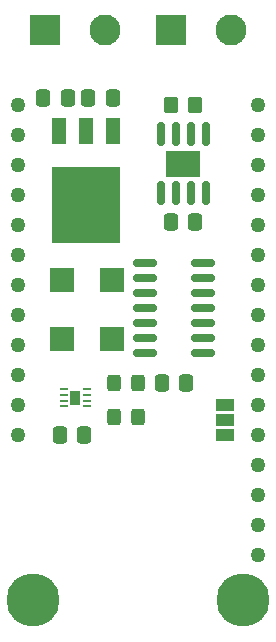
<source format=gbr>
%TF.GenerationSoftware,KiCad,Pcbnew,5.99.0-unknown-fc7f1d1d86~106~ubuntu20.04.1*%
%TF.CreationDate,2021-01-14T14:58:15+11:00*%
%TF.ProjectId,automotive-featherwing,6175746f-6d6f-4746-9976-652d66656174,rev?*%
%TF.SameCoordinates,Original*%
%TF.FileFunction,Soldermask,Top*%
%TF.FilePolarity,Negative*%
%FSLAX46Y46*%
G04 Gerber Fmt 4.6, Leading zero omitted, Abs format (unit mm)*
G04 Created by KiCad (PCBNEW 5.99.0-unknown-fc7f1d1d86~106~ubuntu20.04.1) date 2021-01-14 14:58:15*
%MOMM*%
%LPD*%
G01*
G04 APERTURE LIST*
G04 Aperture macros list*
%AMRoundRect*
0 Rectangle with rounded corners*
0 $1 Rounding radius*
0 $2 $3 $4 $5 $6 $7 $8 $9 X,Y pos of 4 corners*
0 Add a 4 corners polygon primitive as box body*
4,1,4,$2,$3,$4,$5,$6,$7,$8,$9,$2,$3,0*
0 Add four circle primitives for the rounded corners*
1,1,$1+$1,$2,$3,0*
1,1,$1+$1,$4,$5,0*
1,1,$1+$1,$6,$7,0*
1,1,$1+$1,$8,$9,0*
0 Add four rect primitives between the rounded corners*
20,1,$1+$1,$2,$3,$4,$5,0*
20,1,$1+$1,$4,$5,$6,$7,0*
20,1,$1+$1,$6,$7,$8,$9,0*
20,1,$1+$1,$8,$9,$2,$3,0*%
G04 Aperture macros list end*
%ADD10R,1.200000X2.200000*%
%ADD11R,5.800000X6.400000*%
%ADD12RoundRect,0.250000X-0.337500X-0.475000X0.337500X-0.475000X0.337500X0.475000X-0.337500X0.475000X0*%
%ADD13RoundRect,0.250000X0.337500X0.475000X-0.337500X0.475000X-0.337500X-0.475000X0.337500X-0.475000X0*%
%ADD14RoundRect,0.250000X-0.350000X-0.450000X0.350000X-0.450000X0.350000X0.450000X-0.350000X0.450000X0*%
%ADD15C,4.500000*%
%ADD16R,2.625000X2.625000*%
%ADD17C,2.625000*%
%ADD18C,1.270000*%
%ADD19RoundRect,0.250000X-0.325000X-0.450000X0.325000X-0.450000X0.325000X0.450000X-0.325000X0.450000X0*%
%ADD20R,1.500000X1.000000*%
%ADD21R,2.000000X2.000000*%
%ADD22RoundRect,0.150000X-0.825000X-0.150000X0.825000X-0.150000X0.825000X0.150000X-0.825000X0.150000X0*%
%ADD23RoundRect,0.150000X0.150000X-0.825000X0.150000X0.825000X-0.150000X0.825000X-0.150000X-0.825000X0*%
%ADD24R,3.000000X2.290000*%
%ADD25R,0.760000X0.270000*%
%ADD26R,0.900000X1.300000*%
G04 APERTURE END LIST*
D10*
%TO.C,IC1*%
X141345000Y-89780000D03*
D11*
X139065000Y-96080000D03*
D10*
X139065000Y-89780000D03*
X136785000Y-89780000D03*
%TD*%
D12*
%TO.C,C3*%
X135487500Y-86995000D03*
X137562500Y-86995000D03*
%TD*%
D13*
%TO.C,C5*%
X148357500Y-97536000D03*
X146282500Y-97536000D03*
%TD*%
D14*
%TO.C,R1*%
X146320000Y-87630000D03*
X148320000Y-87630000D03*
%TD*%
D13*
%TO.C,C2*%
X141372500Y-86995000D03*
X139297500Y-86995000D03*
%TD*%
%TO.C,C1*%
X138959500Y-115570000D03*
X136884500Y-115570000D03*
%TD*%
D15*
%TO.C,*%
X152400000Y-129540000D03*
%TD*%
D16*
%TO.C,J3*%
X135636000Y-81280000D03*
D17*
X140716000Y-81280000D03*
%TD*%
D15*
%TO.C,*%
X134620000Y-129540000D03*
%TD*%
D18*
%TO.C,J1*%
X133350000Y-115570000D03*
X133350000Y-113030000D03*
X133350000Y-110490000D03*
X133350000Y-107950000D03*
X133350000Y-105410000D03*
X133350000Y-102870000D03*
X133350000Y-100330000D03*
X133350000Y-97790000D03*
X133350000Y-95250000D03*
X133350000Y-92710000D03*
X133350000Y-90170000D03*
X133350000Y-87630000D03*
%TD*%
D12*
%TO.C,C4*%
X145520500Y-111125000D03*
X147595500Y-111125000D03*
%TD*%
D19*
%TO.C,R2*%
X141469000Y-114046000D03*
X143519000Y-114046000D03*
%TD*%
D20*
%TO.C,JP1*%
X150876000Y-115600000D03*
X150876000Y-114300000D03*
X150876000Y-113000000D03*
%TD*%
D21*
%TO.C,X2*%
X137092000Y-102402000D03*
X137092000Y-107402000D03*
X141292000Y-107402000D03*
X141292000Y-102402000D03*
%TD*%
D19*
%TO.C,R3*%
X141469000Y-111125000D03*
X143519000Y-111125000D03*
%TD*%
D22*
%TO.C,U2*%
X144083000Y-101027000D03*
X144083000Y-102297000D03*
X144083000Y-103567000D03*
X144083000Y-104837000D03*
X144083000Y-106107000D03*
X144083000Y-107377000D03*
X144083000Y-108647000D03*
X149033000Y-108647000D03*
X149033000Y-107377000D03*
X149033000Y-106107000D03*
X149033000Y-104837000D03*
X149033000Y-103567000D03*
X149033000Y-102297000D03*
X149033000Y-101027000D03*
%TD*%
D18*
%TO.C,J2*%
X153670000Y-87630000D03*
X153670000Y-90170000D03*
X153670000Y-92710000D03*
X153670000Y-95250000D03*
X153670000Y-97790000D03*
X153670000Y-100330000D03*
X153670000Y-102870000D03*
X153670000Y-105410000D03*
X153670000Y-107950000D03*
X153670000Y-110490000D03*
X153670000Y-113030000D03*
X153670000Y-115570000D03*
X153670000Y-118110000D03*
X153670000Y-120650000D03*
X153670000Y-123190000D03*
X153670000Y-125730000D03*
%TD*%
D23*
%TO.C,IC2*%
X145415000Y-95058000D03*
X146685000Y-95058000D03*
X147955000Y-95058000D03*
X149225000Y-95058000D03*
X149225000Y-90108000D03*
X147955000Y-90108000D03*
X146685000Y-90108000D03*
X145415000Y-90108000D03*
D24*
X147320000Y-92583000D03*
%TD*%
D16*
%TO.C,CAN0*%
X146304000Y-81280000D03*
D17*
X151384000Y-81280000D03*
%TD*%
D25*
%TO.C,U1*%
X137191000Y-111645000D03*
X137191000Y-112145000D03*
X137191000Y-112645000D03*
X137191000Y-113145000D03*
X139161000Y-113145000D03*
X139161000Y-112645000D03*
X139161000Y-112145000D03*
X139161000Y-111645000D03*
D26*
X138176000Y-112395000D03*
%TD*%
M02*

</source>
